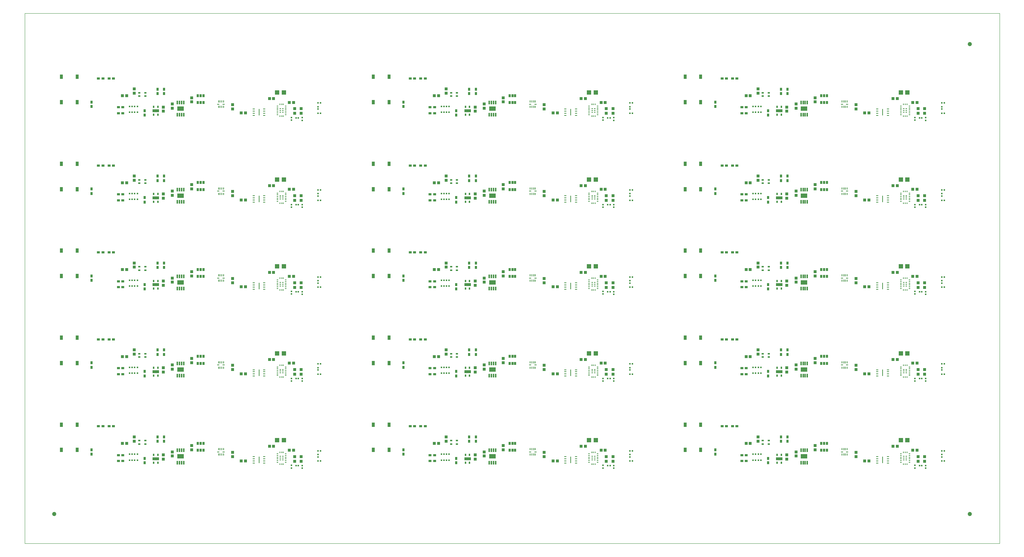
<source format=gtp>
G04*
G04 #@! TF.GenerationSoftware,Altium Limited,Altium Designer,21.4.1 (30)*
G04*
G04 Layer_Color=8421504*
%FSLAX44Y44*%
%MOMM*%
G71*
G04*
G04 #@! TF.SameCoordinates,2D73B175-FFCD-4784-8361-F00341A9FACE*
G04*
G04*
G04 #@! TF.FilePolarity,Positive*
G04*
G01*
G75*
%ADD10C,1.0000*%
%ADD11R,0.5000X0.6500*%
%ADD12R,0.7000X1.0000*%
%ADD13R,0.3500X0.5500*%
%ADD14R,1.6000X0.7000*%
%ADD15R,0.5000X0.3000*%
%ADD16R,0.7500X0.6000*%
%ADD17R,0.8000X0.7000*%
%ADD18R,0.5500X0.2000*%
%ADD19R,0.2000X0.5500*%
%ADD20R,1.0600X1.0200*%
%ADD21R,0.3000X0.3000*%
%ADD22R,0.2000X1.6000*%
%ADD23R,0.5000X0.2500*%
%ADD27R,0.4000X0.2000*%
%ADD28R,0.2000X0.4000*%
%ADD29R,0.6400X0.6800*%
%ADD30R,0.3000X0.3000*%
%ADD32R,0.3000X0.8500*%
%ADD33R,1.6000X0.9800*%
%ADD34R,0.4000X0.3500*%
%ADD36R,0.6800X0.6400*%
%ADD37R,0.6000X0.7500*%
%ADD41C,0.1000*%
%ADD50R,0.3800X0.2100*%
D10*
X70000Y70000D02*
D03*
X2230000D02*
D03*
Y1180000D02*
D03*
D11*
X408700Y236550D02*
D03*
X415200D02*
D03*
X421700D02*
D03*
Y220050D02*
D03*
X415200D02*
D03*
X408700D02*
D03*
X1144100Y236550D02*
D03*
X1150600D02*
D03*
X1157100D02*
D03*
Y220050D02*
D03*
X1150600D02*
D03*
X1144100D02*
D03*
X1879500Y236550D02*
D03*
X1886000D02*
D03*
X1892500D02*
D03*
Y220050D02*
D03*
X1886000D02*
D03*
X1879500D02*
D03*
X408700Y441921D02*
D03*
X415200D02*
D03*
X421700D02*
D03*
Y425421D02*
D03*
X415200D02*
D03*
X408700D02*
D03*
X1144100Y441921D02*
D03*
X1150600D02*
D03*
X1157100D02*
D03*
Y425421D02*
D03*
X1150600D02*
D03*
X1144100D02*
D03*
X1879500Y441921D02*
D03*
X1886000D02*
D03*
X1892500D02*
D03*
Y425421D02*
D03*
X1886000D02*
D03*
X1879500D02*
D03*
X408700Y647293D02*
D03*
X415200D02*
D03*
X421700D02*
D03*
Y630793D02*
D03*
X415200D02*
D03*
X408700D02*
D03*
X1144100Y647293D02*
D03*
X1150600D02*
D03*
X1157100D02*
D03*
Y630793D02*
D03*
X1150600D02*
D03*
X1144100D02*
D03*
X1879500Y647293D02*
D03*
X1886000D02*
D03*
X1892500D02*
D03*
Y630793D02*
D03*
X1886000D02*
D03*
X1879500D02*
D03*
X408700Y852664D02*
D03*
X415200D02*
D03*
X421700D02*
D03*
Y836164D02*
D03*
X415200D02*
D03*
X408700D02*
D03*
X1144100Y852664D02*
D03*
X1150600D02*
D03*
X1157100D02*
D03*
Y836164D02*
D03*
X1150600D02*
D03*
X1144100D02*
D03*
X1879500Y852664D02*
D03*
X1886000D02*
D03*
X1892500D02*
D03*
Y836164D02*
D03*
X1886000D02*
D03*
X1879500D02*
D03*
X408700Y1058036D02*
D03*
X415200D02*
D03*
X421700D02*
D03*
Y1041535D02*
D03*
X415200D02*
D03*
X408700D02*
D03*
X1144100Y1058036D02*
D03*
X1150600D02*
D03*
X1157100D02*
D03*
Y1041535D02*
D03*
X1150600D02*
D03*
X1144100D02*
D03*
X1879500Y1058036D02*
D03*
X1886000D02*
D03*
X1892500D02*
D03*
Y1041535D02*
D03*
X1886000D02*
D03*
X1879500D02*
D03*
D12*
X87100Y221000D02*
D03*
Y281000D02*
D03*
X124100Y221000D02*
D03*
Y281000D02*
D03*
X822500Y221000D02*
D03*
Y281000D02*
D03*
X859500Y221000D02*
D03*
Y281000D02*
D03*
X1557900Y221000D02*
D03*
Y281000D02*
D03*
X1594900Y221000D02*
D03*
Y281000D02*
D03*
X87100Y426371D02*
D03*
Y486371D02*
D03*
X124100Y426371D02*
D03*
Y486371D02*
D03*
X822500Y426371D02*
D03*
Y486371D02*
D03*
X859500Y426371D02*
D03*
Y486371D02*
D03*
X1557900Y426371D02*
D03*
Y486371D02*
D03*
X1594900Y426371D02*
D03*
Y486371D02*
D03*
X87100Y631743D02*
D03*
Y691743D02*
D03*
X124100Y631743D02*
D03*
Y691743D02*
D03*
X822500Y631743D02*
D03*
Y691743D02*
D03*
X859500Y631743D02*
D03*
Y691743D02*
D03*
X1557900Y631743D02*
D03*
Y691743D02*
D03*
X1594900Y631743D02*
D03*
Y691743D02*
D03*
X87100Y837114D02*
D03*
Y897114D02*
D03*
X124100Y837114D02*
D03*
Y897114D02*
D03*
X822500Y837114D02*
D03*
Y897114D02*
D03*
X859500Y837114D02*
D03*
Y897114D02*
D03*
X1557900Y837114D02*
D03*
Y897114D02*
D03*
X1594900Y837114D02*
D03*
Y897114D02*
D03*
X87100Y1042486D02*
D03*
Y1102486D02*
D03*
X124100Y1042486D02*
D03*
Y1102486D02*
D03*
X822500Y1042486D02*
D03*
Y1102486D02*
D03*
X859500Y1042486D02*
D03*
Y1102486D02*
D03*
X1557900Y1042486D02*
D03*
Y1102486D02*
D03*
X1594900Y1042486D02*
D03*
Y1102486D02*
D03*
D13*
X314400Y209750D02*
D03*
X304400D02*
D03*
Y191250D02*
D03*
X314400D02*
D03*
X1049800Y209750D02*
D03*
X1039800D02*
D03*
Y191250D02*
D03*
X1049800D02*
D03*
X1785200Y209750D02*
D03*
X1775200D02*
D03*
Y191250D02*
D03*
X1785200D02*
D03*
X314400Y415121D02*
D03*
X304400D02*
D03*
Y396621D02*
D03*
X314400D02*
D03*
X1049800Y415121D02*
D03*
X1039800D02*
D03*
Y396621D02*
D03*
X1049800D02*
D03*
X1785200Y415121D02*
D03*
X1775200D02*
D03*
Y396621D02*
D03*
X1785200D02*
D03*
X314400Y620493D02*
D03*
X304400D02*
D03*
Y601993D02*
D03*
X314400D02*
D03*
X1049800Y620493D02*
D03*
X1039800D02*
D03*
Y601993D02*
D03*
X1049800D02*
D03*
X1785200Y620493D02*
D03*
X1775200D02*
D03*
Y601993D02*
D03*
X1785200D02*
D03*
X314400Y825864D02*
D03*
X304400D02*
D03*
Y807364D02*
D03*
X314400D02*
D03*
X1049800Y825864D02*
D03*
X1039800D02*
D03*
Y807364D02*
D03*
X1049800D02*
D03*
X1785200Y825864D02*
D03*
X1775200D02*
D03*
Y807364D02*
D03*
X1785200D02*
D03*
X314400Y1031236D02*
D03*
X304400D02*
D03*
Y1012736D02*
D03*
X314400D02*
D03*
X1049800Y1031236D02*
D03*
X1039800D02*
D03*
Y1012736D02*
D03*
X1049800D02*
D03*
X1785200Y1031236D02*
D03*
X1775200D02*
D03*
Y1012736D02*
D03*
X1785200D02*
D03*
D14*
X309400Y200500D02*
D03*
X1044800D02*
D03*
X1780200D02*
D03*
X309400Y405871D02*
D03*
X1044800D02*
D03*
X1780200D02*
D03*
X309400Y611243D02*
D03*
X1044800D02*
D03*
X1780200D02*
D03*
X309400Y816614D02*
D03*
X1044800D02*
D03*
X1780200D02*
D03*
X309400Y1021985D02*
D03*
X1044800D02*
D03*
X1780200D02*
D03*
D15*
X284500Y235100D02*
D03*
Y243100D02*
D03*
X270500D02*
D03*
Y235100D02*
D03*
X1019900D02*
D03*
Y243100D02*
D03*
X1005900D02*
D03*
Y235100D02*
D03*
X1755300D02*
D03*
Y243100D02*
D03*
X1741300D02*
D03*
Y235100D02*
D03*
X284500Y440471D02*
D03*
Y448471D02*
D03*
X270500D02*
D03*
Y440471D02*
D03*
X1019900D02*
D03*
Y448471D02*
D03*
X1005900D02*
D03*
Y440471D02*
D03*
X1755300D02*
D03*
Y448471D02*
D03*
X1741300D02*
D03*
Y440471D02*
D03*
X284500Y645843D02*
D03*
Y653843D02*
D03*
X270500D02*
D03*
Y645843D02*
D03*
X1019900D02*
D03*
Y653843D02*
D03*
X1005900D02*
D03*
Y645843D02*
D03*
X1755300D02*
D03*
Y653843D02*
D03*
X1741300D02*
D03*
Y645843D02*
D03*
X284500Y851214D02*
D03*
Y859214D02*
D03*
X270500D02*
D03*
Y851214D02*
D03*
X1019900D02*
D03*
Y859214D02*
D03*
X1005900D02*
D03*
Y851214D02*
D03*
X1755300D02*
D03*
Y859214D02*
D03*
X1741300D02*
D03*
Y851214D02*
D03*
X284500Y1056585D02*
D03*
Y1064585D02*
D03*
X270500D02*
D03*
Y1056585D02*
D03*
X1019900D02*
D03*
Y1064585D02*
D03*
X1005900D02*
D03*
Y1056585D02*
D03*
X1755300D02*
D03*
Y1064585D02*
D03*
X1741300D02*
D03*
Y1056585D02*
D03*
D16*
X221150Y208900D02*
D03*
X231650D02*
D03*
X199250Y276900D02*
D03*
X209750D02*
D03*
X174350D02*
D03*
X184850D02*
D03*
X231650Y194700D02*
D03*
X221150D02*
D03*
X956550Y208900D02*
D03*
X967050D02*
D03*
X934650Y276900D02*
D03*
X945150D02*
D03*
X909750D02*
D03*
X920250D02*
D03*
X967050Y194700D02*
D03*
X956550D02*
D03*
X1691950Y208900D02*
D03*
X1702450D02*
D03*
X1670050Y276900D02*
D03*
X1680550D02*
D03*
X1645150D02*
D03*
X1655650D02*
D03*
X1702450Y194700D02*
D03*
X1691950D02*
D03*
X221150Y414271D02*
D03*
X231650D02*
D03*
X199250Y482271D02*
D03*
X209750D02*
D03*
X174350D02*
D03*
X184850D02*
D03*
X231650Y400071D02*
D03*
X221150D02*
D03*
X956550Y414271D02*
D03*
X967050D02*
D03*
X934650Y482271D02*
D03*
X945150D02*
D03*
X909750D02*
D03*
X920250D02*
D03*
X967050Y400071D02*
D03*
X956550D02*
D03*
X1691950Y414271D02*
D03*
X1702450D02*
D03*
X1670050Y482271D02*
D03*
X1680550D02*
D03*
X1645150D02*
D03*
X1655650D02*
D03*
X1702450Y400071D02*
D03*
X1691950D02*
D03*
X221150Y619643D02*
D03*
X231650D02*
D03*
X199250Y687643D02*
D03*
X209750D02*
D03*
X174350D02*
D03*
X184850D02*
D03*
X231650Y605443D02*
D03*
X221150D02*
D03*
X956550Y619643D02*
D03*
X967050D02*
D03*
X934650Y687643D02*
D03*
X945150D02*
D03*
X909750D02*
D03*
X920250D02*
D03*
X967050Y605443D02*
D03*
X956550D02*
D03*
X1691950Y619643D02*
D03*
X1702450D02*
D03*
X1670050Y687643D02*
D03*
X1680550D02*
D03*
X1645150D02*
D03*
X1655650D02*
D03*
X1702450Y605443D02*
D03*
X1691950D02*
D03*
X221150Y825014D02*
D03*
X231650D02*
D03*
X199250Y893014D02*
D03*
X209750D02*
D03*
X174350D02*
D03*
X184850D02*
D03*
X231650Y810814D02*
D03*
X221150D02*
D03*
X956550Y825014D02*
D03*
X967050D02*
D03*
X934650Y893014D02*
D03*
X945150D02*
D03*
X909750D02*
D03*
X920250D02*
D03*
X967050Y810814D02*
D03*
X956550D02*
D03*
X1691950Y825014D02*
D03*
X1702450D02*
D03*
X1670050Y893014D02*
D03*
X1680550D02*
D03*
X1645150D02*
D03*
X1655650D02*
D03*
X1702450Y810814D02*
D03*
X1691950D02*
D03*
X221150Y1030386D02*
D03*
X231650D02*
D03*
X199250Y1098385D02*
D03*
X209750D02*
D03*
X174350D02*
D03*
X184850D02*
D03*
X231650Y1016186D02*
D03*
X221150D02*
D03*
X956550Y1030386D02*
D03*
X967050D02*
D03*
X934650Y1098385D02*
D03*
X945150D02*
D03*
X909750D02*
D03*
X920250D02*
D03*
X967050Y1016186D02*
D03*
X956550D02*
D03*
X1691950Y1030386D02*
D03*
X1702450D02*
D03*
X1670050Y1098385D02*
D03*
X1680550D02*
D03*
X1645150D02*
D03*
X1655650D02*
D03*
X1702450Y1016186D02*
D03*
X1691950D02*
D03*
D17*
X652500Y205500D02*
D03*
Y194500D02*
D03*
X636700Y205500D02*
D03*
Y194500D02*
D03*
X1387900Y205500D02*
D03*
Y194500D02*
D03*
X1372100Y205500D02*
D03*
Y194500D02*
D03*
X2123300Y205500D02*
D03*
Y194500D02*
D03*
X2107500Y205500D02*
D03*
Y194500D02*
D03*
X652500Y410871D02*
D03*
Y399871D02*
D03*
X636700Y410871D02*
D03*
Y399871D02*
D03*
X1387900Y410871D02*
D03*
Y399871D02*
D03*
X1372100Y410871D02*
D03*
Y399871D02*
D03*
X2123300Y410871D02*
D03*
Y399871D02*
D03*
X2107500Y410871D02*
D03*
Y399871D02*
D03*
X652500Y616243D02*
D03*
Y605243D02*
D03*
X636700Y616243D02*
D03*
Y605243D02*
D03*
X1387900Y616243D02*
D03*
Y605243D02*
D03*
X1372100Y616243D02*
D03*
Y605243D02*
D03*
X2123300Y616243D02*
D03*
Y605243D02*
D03*
X2107500Y616243D02*
D03*
Y605243D02*
D03*
X652500Y821614D02*
D03*
Y810614D02*
D03*
X636700Y821614D02*
D03*
Y810614D02*
D03*
X1387900Y821614D02*
D03*
Y810614D02*
D03*
X1372100Y821614D02*
D03*
Y810614D02*
D03*
X2123300Y821614D02*
D03*
Y810614D02*
D03*
X2107500Y821614D02*
D03*
Y810614D02*
D03*
X652500Y1026985D02*
D03*
Y1015985D02*
D03*
X636700Y1026985D02*
D03*
Y1015985D02*
D03*
X1387900Y1026985D02*
D03*
Y1015985D02*
D03*
X1372100Y1026985D02*
D03*
Y1015985D02*
D03*
X2123300Y1026985D02*
D03*
Y1015985D02*
D03*
X2107500Y1026985D02*
D03*
Y1015985D02*
D03*
D18*
X469550Y216350D02*
D03*
X457050D02*
D03*
X1204950D02*
D03*
X1192450D02*
D03*
X1940350D02*
D03*
X1927850D02*
D03*
X469550Y421721D02*
D03*
X457050D02*
D03*
X1204950D02*
D03*
X1192450D02*
D03*
X1940350D02*
D03*
X1927850D02*
D03*
X469550Y627093D02*
D03*
X457050D02*
D03*
X1204950D02*
D03*
X1192450D02*
D03*
X1940350D02*
D03*
X1927850D02*
D03*
X469550Y832464D02*
D03*
X457050D02*
D03*
X1204950D02*
D03*
X1192450D02*
D03*
X1940350D02*
D03*
X1927850D02*
D03*
X469550Y1037835D02*
D03*
X457050D02*
D03*
X1204950D02*
D03*
X1192450D02*
D03*
X1940350D02*
D03*
X1927850D02*
D03*
D19*
X457300Y210100D02*
D03*
X461300D02*
D03*
X465300D02*
D03*
X469300D02*
D03*
Y222600D02*
D03*
X465300D02*
D03*
X461300D02*
D03*
X457300D02*
D03*
X1192700Y210100D02*
D03*
X1196700D02*
D03*
X1200700D02*
D03*
X1204700D02*
D03*
Y222600D02*
D03*
X1200700D02*
D03*
X1196700D02*
D03*
X1192700D02*
D03*
X1928100Y210100D02*
D03*
X1932100D02*
D03*
X1936100D02*
D03*
X1940100D02*
D03*
Y222600D02*
D03*
X1936100D02*
D03*
X1932100D02*
D03*
X1928100D02*
D03*
X457300Y415471D02*
D03*
X461300D02*
D03*
X465300D02*
D03*
X469300D02*
D03*
Y427971D02*
D03*
X465300D02*
D03*
X461300D02*
D03*
X457300D02*
D03*
X1192700Y415471D02*
D03*
X1196700D02*
D03*
X1200700D02*
D03*
X1204700D02*
D03*
Y427971D02*
D03*
X1200700D02*
D03*
X1196700D02*
D03*
X1192700D02*
D03*
X1928100Y415471D02*
D03*
X1932100D02*
D03*
X1936100D02*
D03*
X1940100D02*
D03*
Y427971D02*
D03*
X1936100D02*
D03*
X1932100D02*
D03*
X1928100D02*
D03*
X457300Y620843D02*
D03*
X461300D02*
D03*
X465300D02*
D03*
X469300D02*
D03*
Y633343D02*
D03*
X465300D02*
D03*
X461300D02*
D03*
X457300D02*
D03*
X1192700Y620843D02*
D03*
X1196700D02*
D03*
X1200700D02*
D03*
X1204700D02*
D03*
Y633343D02*
D03*
X1200700D02*
D03*
X1196700D02*
D03*
X1192700D02*
D03*
X1928100Y620843D02*
D03*
X1932100D02*
D03*
X1936100D02*
D03*
X1940100D02*
D03*
Y633343D02*
D03*
X1936100D02*
D03*
X1932100D02*
D03*
X1928100D02*
D03*
X457300Y826214D02*
D03*
X461300D02*
D03*
X465300D02*
D03*
X469300D02*
D03*
Y838714D02*
D03*
X465300D02*
D03*
X461300D02*
D03*
X457300D02*
D03*
X1192700Y826214D02*
D03*
X1196700D02*
D03*
X1200700D02*
D03*
X1204700D02*
D03*
Y838714D02*
D03*
X1200700D02*
D03*
X1196700D02*
D03*
X1192700D02*
D03*
X1928100Y826214D02*
D03*
X1932100D02*
D03*
X1936100D02*
D03*
X1940100D02*
D03*
Y838714D02*
D03*
X1936100D02*
D03*
X1932100D02*
D03*
X1928100D02*
D03*
X457300Y1031585D02*
D03*
X461300D02*
D03*
X465300D02*
D03*
X469300D02*
D03*
Y1044085D02*
D03*
X465300D02*
D03*
X461300D02*
D03*
X457300D02*
D03*
X1192700Y1031585D02*
D03*
X1196700D02*
D03*
X1200700D02*
D03*
X1204700D02*
D03*
Y1044085D02*
D03*
X1200700D02*
D03*
X1196700D02*
D03*
X1192700D02*
D03*
X1928100Y1031585D02*
D03*
X1932100D02*
D03*
X1936100D02*
D03*
X1940100D02*
D03*
Y1044085D02*
D03*
X1936100D02*
D03*
X1932100D02*
D03*
X1928100D02*
D03*
D20*
X611900Y243800D02*
D03*
X595900D02*
D03*
X1347300D02*
D03*
X1331300D02*
D03*
X2082700D02*
D03*
X2066700D02*
D03*
X611900Y449171D02*
D03*
X595900D02*
D03*
X1347300D02*
D03*
X1331300D02*
D03*
X2082700D02*
D03*
X2066700D02*
D03*
X611900Y654543D02*
D03*
X595900D02*
D03*
X1347300D02*
D03*
X1331300D02*
D03*
X2082700D02*
D03*
X2066700D02*
D03*
X611900Y859914D02*
D03*
X595900D02*
D03*
X1347300D02*
D03*
X1331300D02*
D03*
X2082700D02*
D03*
X2066700D02*
D03*
X611900Y1065285D02*
D03*
X595900D02*
D03*
X1347300D02*
D03*
X1331300D02*
D03*
X2082700D02*
D03*
X2066700D02*
D03*
D21*
X692400Y204650D02*
D03*
Y210150D02*
D03*
X629300Y178500D02*
D03*
Y184500D02*
D03*
X654600Y178300D02*
D03*
Y184300D02*
D03*
X1427800Y204650D02*
D03*
Y210150D02*
D03*
X1364700Y178500D02*
D03*
Y184500D02*
D03*
X1390000Y178300D02*
D03*
Y184300D02*
D03*
X2163200Y204650D02*
D03*
Y210150D02*
D03*
X2100100Y178500D02*
D03*
Y184500D02*
D03*
X2125400Y178300D02*
D03*
Y184300D02*
D03*
X692400Y410021D02*
D03*
Y415521D02*
D03*
X629300Y383871D02*
D03*
Y389871D02*
D03*
X654600Y383671D02*
D03*
Y389671D02*
D03*
X1427800Y410021D02*
D03*
Y415521D02*
D03*
X1364700Y383871D02*
D03*
Y389871D02*
D03*
X1390000Y383671D02*
D03*
Y389671D02*
D03*
X2163200Y410021D02*
D03*
Y415521D02*
D03*
X2100100Y383871D02*
D03*
Y389871D02*
D03*
X2125400Y383671D02*
D03*
Y389671D02*
D03*
X692400Y615393D02*
D03*
Y620893D02*
D03*
X629300Y589243D02*
D03*
Y595243D02*
D03*
X654600Y589043D02*
D03*
Y595043D02*
D03*
X1427800Y615393D02*
D03*
Y620893D02*
D03*
X1364700Y589243D02*
D03*
Y595243D02*
D03*
X1390000Y589043D02*
D03*
Y595043D02*
D03*
X2163200Y615393D02*
D03*
Y620893D02*
D03*
X2100100Y589243D02*
D03*
Y595243D02*
D03*
X2125400Y589043D02*
D03*
Y595043D02*
D03*
X692400Y820764D02*
D03*
Y826264D02*
D03*
X629300Y794614D02*
D03*
Y800614D02*
D03*
X654600Y794414D02*
D03*
Y800414D02*
D03*
X1427800Y820764D02*
D03*
Y826264D02*
D03*
X1364700Y794614D02*
D03*
Y800614D02*
D03*
X1390000Y794414D02*
D03*
Y800414D02*
D03*
X2163200Y820764D02*
D03*
Y826264D02*
D03*
X2100100Y794614D02*
D03*
Y800614D02*
D03*
X2125400Y794414D02*
D03*
Y800414D02*
D03*
X692400Y1026135D02*
D03*
Y1031636D02*
D03*
X629300Y999986D02*
D03*
Y1005985D02*
D03*
X654600Y999786D02*
D03*
Y1005786D02*
D03*
X1427800Y1026135D02*
D03*
Y1031636D02*
D03*
X1364700Y999986D02*
D03*
Y1005985D02*
D03*
X1390000Y999786D02*
D03*
Y1005786D02*
D03*
X2163200Y1026135D02*
D03*
Y1031636D02*
D03*
X2100100Y999986D02*
D03*
Y1005985D02*
D03*
X2125400Y999786D02*
D03*
Y1005786D02*
D03*
D22*
X552900Y197600D02*
D03*
X1288300D02*
D03*
X2023700D02*
D03*
X552900Y402971D02*
D03*
X1288300D02*
D03*
X2023700D02*
D03*
X552900Y608343D02*
D03*
X1288300D02*
D03*
X2023700D02*
D03*
X552900Y813714D02*
D03*
X1288300D02*
D03*
X2023700D02*
D03*
X552900Y1019085D02*
D03*
X1288300D02*
D03*
X2023700D02*
D03*
D23*
X540400Y205100D02*
D03*
Y200100D02*
D03*
Y195100D02*
D03*
Y190100D02*
D03*
X565500Y205100D02*
D03*
Y200100D02*
D03*
Y195100D02*
D03*
X565400Y190100D02*
D03*
X1275800Y205100D02*
D03*
Y200100D02*
D03*
Y195100D02*
D03*
Y190100D02*
D03*
X1300900Y205100D02*
D03*
Y200100D02*
D03*
Y195100D02*
D03*
X1300800Y190100D02*
D03*
X2011200Y205100D02*
D03*
Y200100D02*
D03*
Y195100D02*
D03*
Y190100D02*
D03*
X2036300Y205100D02*
D03*
Y200100D02*
D03*
Y195100D02*
D03*
X2036200Y190100D02*
D03*
X540400Y410471D02*
D03*
Y405471D02*
D03*
Y400471D02*
D03*
Y395471D02*
D03*
X565500Y410471D02*
D03*
Y405471D02*
D03*
Y400471D02*
D03*
X565400Y395471D02*
D03*
X1275800Y410471D02*
D03*
Y405471D02*
D03*
Y400471D02*
D03*
Y395471D02*
D03*
X1300900Y410471D02*
D03*
Y405471D02*
D03*
Y400471D02*
D03*
X1300800Y395471D02*
D03*
X2011200Y410471D02*
D03*
Y405471D02*
D03*
Y400471D02*
D03*
Y395471D02*
D03*
X2036300Y410471D02*
D03*
Y405471D02*
D03*
Y400471D02*
D03*
X2036200Y395471D02*
D03*
X540400Y615843D02*
D03*
Y610843D02*
D03*
Y605843D02*
D03*
Y600843D02*
D03*
X565500Y615843D02*
D03*
Y610843D02*
D03*
Y605843D02*
D03*
X565400Y600843D02*
D03*
X1275800Y615843D02*
D03*
Y610843D02*
D03*
Y605843D02*
D03*
Y600843D02*
D03*
X1300900Y615843D02*
D03*
Y610843D02*
D03*
Y605843D02*
D03*
X1300800Y600843D02*
D03*
X2011200Y615843D02*
D03*
Y610843D02*
D03*
Y605843D02*
D03*
Y600843D02*
D03*
X2036300Y615843D02*
D03*
Y610843D02*
D03*
Y605843D02*
D03*
X2036200Y600843D02*
D03*
X540400Y821214D02*
D03*
Y816214D02*
D03*
Y811214D02*
D03*
Y806214D02*
D03*
X565500Y821214D02*
D03*
Y816214D02*
D03*
Y811214D02*
D03*
X565400Y806214D02*
D03*
X1275800Y821214D02*
D03*
Y816214D02*
D03*
Y811214D02*
D03*
Y806214D02*
D03*
X1300900Y821214D02*
D03*
Y816214D02*
D03*
Y811214D02*
D03*
X1300800Y806214D02*
D03*
X2011200Y821214D02*
D03*
Y816214D02*
D03*
Y811214D02*
D03*
Y806214D02*
D03*
X2036300Y821214D02*
D03*
Y816214D02*
D03*
Y811214D02*
D03*
X2036200Y806214D02*
D03*
X540400Y1026585D02*
D03*
Y1021585D02*
D03*
Y1016585D02*
D03*
Y1011585D02*
D03*
X565500Y1026585D02*
D03*
Y1021585D02*
D03*
Y1016585D02*
D03*
X565400Y1011585D02*
D03*
X1275800Y1026585D02*
D03*
Y1021585D02*
D03*
Y1016585D02*
D03*
Y1011585D02*
D03*
X1300900Y1026585D02*
D03*
Y1021585D02*
D03*
Y1016585D02*
D03*
X1300800Y1011585D02*
D03*
X2011200Y1026585D02*
D03*
Y1021585D02*
D03*
Y1016585D02*
D03*
Y1011585D02*
D03*
X2036300Y1026585D02*
D03*
Y1021585D02*
D03*
Y1016585D02*
D03*
X2036200Y1011585D02*
D03*
D27*
X616300Y191800D02*
D03*
Y195800D02*
D03*
Y199800D02*
D03*
Y203800D02*
D03*
Y207800D02*
D03*
Y211800D02*
D03*
X596200D02*
D03*
Y207800D02*
D03*
Y203800D02*
D03*
Y199800D02*
D03*
Y195800D02*
D03*
Y191800D02*
D03*
X1351700D02*
D03*
Y195800D02*
D03*
Y199800D02*
D03*
Y203800D02*
D03*
Y207800D02*
D03*
Y211800D02*
D03*
X1331600D02*
D03*
Y207800D02*
D03*
Y203800D02*
D03*
Y199800D02*
D03*
Y195800D02*
D03*
Y191800D02*
D03*
X2087100D02*
D03*
Y195800D02*
D03*
Y199800D02*
D03*
Y203800D02*
D03*
Y207800D02*
D03*
Y211800D02*
D03*
X2067000D02*
D03*
Y207800D02*
D03*
Y203800D02*
D03*
Y199800D02*
D03*
Y195800D02*
D03*
Y191800D02*
D03*
X616300Y397171D02*
D03*
Y401171D02*
D03*
Y405171D02*
D03*
Y409171D02*
D03*
Y413171D02*
D03*
Y417171D02*
D03*
X596200D02*
D03*
Y413171D02*
D03*
Y409171D02*
D03*
Y405171D02*
D03*
Y401171D02*
D03*
Y397171D02*
D03*
X1351700D02*
D03*
Y401171D02*
D03*
Y405171D02*
D03*
Y409171D02*
D03*
Y413171D02*
D03*
Y417171D02*
D03*
X1331600D02*
D03*
Y413171D02*
D03*
Y409171D02*
D03*
Y405171D02*
D03*
Y401171D02*
D03*
Y397171D02*
D03*
X2087100D02*
D03*
Y401171D02*
D03*
Y405171D02*
D03*
Y409171D02*
D03*
Y413171D02*
D03*
Y417171D02*
D03*
X2067000D02*
D03*
Y413171D02*
D03*
Y409171D02*
D03*
Y405171D02*
D03*
Y401171D02*
D03*
Y397171D02*
D03*
X616300Y602543D02*
D03*
Y606543D02*
D03*
Y610543D02*
D03*
Y614543D02*
D03*
Y618543D02*
D03*
Y622543D02*
D03*
X596200D02*
D03*
Y618543D02*
D03*
Y614543D02*
D03*
Y610543D02*
D03*
Y606543D02*
D03*
Y602543D02*
D03*
X1351700D02*
D03*
Y606543D02*
D03*
Y610543D02*
D03*
Y614543D02*
D03*
Y618543D02*
D03*
Y622543D02*
D03*
X1331600D02*
D03*
Y618543D02*
D03*
Y614543D02*
D03*
Y610543D02*
D03*
Y606543D02*
D03*
Y602543D02*
D03*
X2087100D02*
D03*
Y606543D02*
D03*
Y610543D02*
D03*
Y614543D02*
D03*
Y618543D02*
D03*
Y622543D02*
D03*
X2067000D02*
D03*
Y618543D02*
D03*
Y614543D02*
D03*
Y610543D02*
D03*
Y606543D02*
D03*
Y602543D02*
D03*
X616300Y807914D02*
D03*
Y811914D02*
D03*
Y815914D02*
D03*
Y819914D02*
D03*
Y823914D02*
D03*
Y827914D02*
D03*
X596200D02*
D03*
Y823914D02*
D03*
Y819914D02*
D03*
Y815914D02*
D03*
Y811914D02*
D03*
Y807914D02*
D03*
X1351700D02*
D03*
Y811914D02*
D03*
Y815914D02*
D03*
Y819914D02*
D03*
Y823914D02*
D03*
Y827914D02*
D03*
X1331600D02*
D03*
Y823914D02*
D03*
Y819914D02*
D03*
Y815914D02*
D03*
Y811914D02*
D03*
Y807914D02*
D03*
X2087100D02*
D03*
Y811914D02*
D03*
Y815914D02*
D03*
Y819914D02*
D03*
Y823914D02*
D03*
Y827914D02*
D03*
X2067000D02*
D03*
Y823914D02*
D03*
Y819914D02*
D03*
Y815914D02*
D03*
Y811914D02*
D03*
Y807914D02*
D03*
X616300Y1013286D02*
D03*
Y1017286D02*
D03*
Y1021285D02*
D03*
Y1025285D02*
D03*
Y1029286D02*
D03*
Y1033286D02*
D03*
X596200D02*
D03*
Y1029286D02*
D03*
Y1025285D02*
D03*
Y1021285D02*
D03*
Y1017286D02*
D03*
Y1013286D02*
D03*
X1351700D02*
D03*
Y1017286D02*
D03*
Y1021285D02*
D03*
Y1025285D02*
D03*
Y1029286D02*
D03*
Y1033286D02*
D03*
X1331600D02*
D03*
Y1029286D02*
D03*
Y1025285D02*
D03*
Y1021285D02*
D03*
Y1017286D02*
D03*
Y1013286D02*
D03*
X2087100D02*
D03*
Y1017286D02*
D03*
Y1021285D02*
D03*
Y1025285D02*
D03*
Y1029286D02*
D03*
Y1033286D02*
D03*
X2067000D02*
D03*
Y1029286D02*
D03*
Y1025285D02*
D03*
Y1021285D02*
D03*
Y1017286D02*
D03*
Y1013286D02*
D03*
D28*
X610300Y215800D02*
D03*
X606300D02*
D03*
X602300D02*
D03*
Y187800D02*
D03*
X606300D02*
D03*
X610300D02*
D03*
X1345700Y215800D02*
D03*
X1341700D02*
D03*
X1337700D02*
D03*
Y187800D02*
D03*
X1341700D02*
D03*
X1345700D02*
D03*
X2081100Y215800D02*
D03*
X2077100D02*
D03*
X2073100D02*
D03*
Y187800D02*
D03*
X2077100D02*
D03*
X2081100D02*
D03*
X610300Y421171D02*
D03*
X606300D02*
D03*
X602300D02*
D03*
Y393171D02*
D03*
X606300D02*
D03*
X610300D02*
D03*
X1345700Y421171D02*
D03*
X1341700D02*
D03*
X1337700D02*
D03*
Y393171D02*
D03*
X1341700D02*
D03*
X1345700D02*
D03*
X2081100Y421171D02*
D03*
X2077100D02*
D03*
X2073100D02*
D03*
Y393171D02*
D03*
X2077100D02*
D03*
X2081100D02*
D03*
X610300Y626543D02*
D03*
X606300D02*
D03*
X602300D02*
D03*
Y598543D02*
D03*
X606300D02*
D03*
X610300D02*
D03*
X1345700Y626543D02*
D03*
X1341700D02*
D03*
X1337700D02*
D03*
Y598543D02*
D03*
X1341700D02*
D03*
X1345700D02*
D03*
X2081100Y626543D02*
D03*
X2077100D02*
D03*
X2073100D02*
D03*
Y598543D02*
D03*
X2077100D02*
D03*
X2081100D02*
D03*
X610300Y831914D02*
D03*
X606300D02*
D03*
X602300D02*
D03*
Y803914D02*
D03*
X606300D02*
D03*
X610300D02*
D03*
X1345700Y831914D02*
D03*
X1341700D02*
D03*
X1337700D02*
D03*
Y803914D02*
D03*
X1341700D02*
D03*
X1345700D02*
D03*
X2081100Y831914D02*
D03*
X2077100D02*
D03*
X2073100D02*
D03*
Y803914D02*
D03*
X2077100D02*
D03*
X2081100D02*
D03*
X610300Y1037286D02*
D03*
X606300D02*
D03*
X602300D02*
D03*
Y1009286D02*
D03*
X606300D02*
D03*
X610300D02*
D03*
X1345700Y1037286D02*
D03*
X1341700D02*
D03*
X1337700D02*
D03*
Y1009286D02*
D03*
X1341700D02*
D03*
X1345700D02*
D03*
X2081100Y1037286D02*
D03*
X2077100D02*
D03*
X2073100D02*
D03*
Y1009286D02*
D03*
X2077100D02*
D03*
X2081100D02*
D03*
D29*
X259000Y242000D02*
D03*
Y252000D02*
D03*
X490400Y215400D02*
D03*
Y205400D02*
D03*
X394000Y231600D02*
D03*
Y221600D02*
D03*
X327400Y209600D02*
D03*
Y199600D02*
D03*
X348700Y216500D02*
D03*
Y206500D02*
D03*
X994400Y242000D02*
D03*
Y252000D02*
D03*
X1225800Y215400D02*
D03*
Y205400D02*
D03*
X1129400Y231600D02*
D03*
Y221600D02*
D03*
X1062800Y209600D02*
D03*
Y199600D02*
D03*
X1084100Y216500D02*
D03*
Y206500D02*
D03*
X1729800Y242000D02*
D03*
Y252000D02*
D03*
X1961200Y215400D02*
D03*
Y205400D02*
D03*
X1864800Y231600D02*
D03*
Y221600D02*
D03*
X1798200Y209600D02*
D03*
Y199600D02*
D03*
X1819500Y216500D02*
D03*
Y206500D02*
D03*
X259000Y447371D02*
D03*
Y457371D02*
D03*
X490400Y420771D02*
D03*
Y410771D02*
D03*
X394000Y436971D02*
D03*
Y426971D02*
D03*
X327400Y414971D02*
D03*
Y404971D02*
D03*
X348700Y421871D02*
D03*
Y411871D02*
D03*
X994400Y447371D02*
D03*
Y457371D02*
D03*
X1225800Y420771D02*
D03*
Y410771D02*
D03*
X1129400Y436971D02*
D03*
Y426971D02*
D03*
X1062800Y414971D02*
D03*
Y404971D02*
D03*
X1084100Y421871D02*
D03*
Y411871D02*
D03*
X1729800Y447371D02*
D03*
Y457371D02*
D03*
X1961200Y420771D02*
D03*
Y410771D02*
D03*
X1864800Y436971D02*
D03*
Y426971D02*
D03*
X1798200Y414971D02*
D03*
Y404971D02*
D03*
X1819500Y421871D02*
D03*
Y411871D02*
D03*
X259000Y652743D02*
D03*
Y662743D02*
D03*
X490400Y626143D02*
D03*
Y616143D02*
D03*
X394000Y642343D02*
D03*
Y632343D02*
D03*
X327400Y620343D02*
D03*
Y610343D02*
D03*
X348700Y627243D02*
D03*
Y617243D02*
D03*
X994400Y652743D02*
D03*
Y662743D02*
D03*
X1225800Y626143D02*
D03*
Y616143D02*
D03*
X1129400Y642343D02*
D03*
Y632343D02*
D03*
X1062800Y620343D02*
D03*
Y610343D02*
D03*
X1084100Y627243D02*
D03*
Y617243D02*
D03*
X1729800Y652743D02*
D03*
Y662743D02*
D03*
X1961200Y626143D02*
D03*
Y616143D02*
D03*
X1864800Y642343D02*
D03*
Y632343D02*
D03*
X1798200Y620343D02*
D03*
Y610343D02*
D03*
X1819500Y627243D02*
D03*
Y617243D02*
D03*
X259000Y858114D02*
D03*
Y868114D02*
D03*
X490400Y831514D02*
D03*
Y821514D02*
D03*
X394000Y847714D02*
D03*
Y837714D02*
D03*
X327400Y825714D02*
D03*
Y815714D02*
D03*
X348700Y832614D02*
D03*
Y822614D02*
D03*
X994400Y858114D02*
D03*
Y868114D02*
D03*
X1225800Y831514D02*
D03*
Y821514D02*
D03*
X1129400Y847714D02*
D03*
Y837714D02*
D03*
X1062800Y825714D02*
D03*
Y815714D02*
D03*
X1084100Y832614D02*
D03*
Y822614D02*
D03*
X1729800Y858114D02*
D03*
Y868114D02*
D03*
X1961200Y831514D02*
D03*
Y821514D02*
D03*
X1864800Y847714D02*
D03*
Y837714D02*
D03*
X1798200Y825714D02*
D03*
Y815714D02*
D03*
X1819500Y832614D02*
D03*
Y822614D02*
D03*
X259000Y1063485D02*
D03*
Y1073485D02*
D03*
X490400Y1036886D02*
D03*
Y1026886D02*
D03*
X394000Y1053085D02*
D03*
Y1043085D02*
D03*
X327400Y1031086D02*
D03*
Y1021086D02*
D03*
X348700Y1037986D02*
D03*
Y1027986D02*
D03*
X994400Y1063485D02*
D03*
Y1073485D02*
D03*
X1225800Y1036886D02*
D03*
Y1026886D02*
D03*
X1129400Y1053085D02*
D03*
Y1043085D02*
D03*
X1062800Y1031086D02*
D03*
Y1021086D02*
D03*
X1084100Y1037986D02*
D03*
Y1027986D02*
D03*
X1729800Y1063485D02*
D03*
Y1073485D02*
D03*
X1961200Y1036886D02*
D03*
Y1026886D02*
D03*
X1864800Y1053085D02*
D03*
Y1043085D02*
D03*
X1798200Y1031086D02*
D03*
Y1021086D02*
D03*
X1819500Y1037986D02*
D03*
Y1027986D02*
D03*
D30*
X692400Y194700D02*
D03*
X698400D02*
D03*
X640050Y184200D02*
D03*
X645550D02*
D03*
X692435Y219035D02*
D03*
X698435D02*
D03*
X1427800Y194700D02*
D03*
X1433800D02*
D03*
X1375450Y184200D02*
D03*
X1380950D02*
D03*
X1427835Y219035D02*
D03*
X1433835D02*
D03*
X2163200Y194700D02*
D03*
X2169200D02*
D03*
X2110850Y184200D02*
D03*
X2116350D02*
D03*
X2163235Y219035D02*
D03*
X2169235D02*
D03*
X692400Y400071D02*
D03*
X698400D02*
D03*
X640050Y389571D02*
D03*
X645550D02*
D03*
X692435Y424406D02*
D03*
X698435D02*
D03*
X1427800Y400071D02*
D03*
X1433800D02*
D03*
X1375450Y389571D02*
D03*
X1380950D02*
D03*
X1427835Y424406D02*
D03*
X1433835D02*
D03*
X2163200Y400071D02*
D03*
X2169200D02*
D03*
X2110850Y389571D02*
D03*
X2116350D02*
D03*
X2163235Y424406D02*
D03*
X2169235D02*
D03*
X692400Y605443D02*
D03*
X698400D02*
D03*
X640050Y594943D02*
D03*
X645550D02*
D03*
X692435Y629778D02*
D03*
X698435D02*
D03*
X1427800Y605443D02*
D03*
X1433800D02*
D03*
X1375450Y594943D02*
D03*
X1380950D02*
D03*
X1427835Y629778D02*
D03*
X1433835D02*
D03*
X2163200Y605443D02*
D03*
X2169200D02*
D03*
X2110850Y594943D02*
D03*
X2116350D02*
D03*
X2163235Y629778D02*
D03*
X2169235D02*
D03*
X692400Y810814D02*
D03*
X698400D02*
D03*
X640050Y800314D02*
D03*
X645550D02*
D03*
X692435Y835149D02*
D03*
X698435D02*
D03*
X1427800Y810814D02*
D03*
X1433800D02*
D03*
X1375450Y800314D02*
D03*
X1380950D02*
D03*
X1427835Y835149D02*
D03*
X1433835D02*
D03*
X2163200Y810814D02*
D03*
X2169200D02*
D03*
X2110850Y800314D02*
D03*
X2116350D02*
D03*
X2163235Y835149D02*
D03*
X2169235D02*
D03*
X692400Y1016186D02*
D03*
X698400D02*
D03*
X640050Y1005686D02*
D03*
X645550D02*
D03*
X692435Y1040520D02*
D03*
X698435D02*
D03*
X1427800Y1016186D02*
D03*
X1433800D02*
D03*
X1375450Y1005686D02*
D03*
X1380950D02*
D03*
X1427835Y1040520D02*
D03*
X1433835D02*
D03*
X2163200Y1016186D02*
D03*
X2169200D02*
D03*
X2110850Y1005686D02*
D03*
X2116350D02*
D03*
X2163235Y1040520D02*
D03*
X2169235D02*
D03*
D32*
X360600Y191200D02*
D03*
X365600D02*
D03*
X370600D02*
D03*
X375600D02*
D03*
Y220200D02*
D03*
X370600D02*
D03*
X365600D02*
D03*
X360600D02*
D03*
X1096000Y191200D02*
D03*
X1101000D02*
D03*
X1106000D02*
D03*
X1111000D02*
D03*
Y220200D02*
D03*
X1106000D02*
D03*
X1101000D02*
D03*
X1096000D02*
D03*
X1831400Y191200D02*
D03*
X1836400D02*
D03*
X1841400D02*
D03*
X1846400D02*
D03*
Y220200D02*
D03*
X1841400D02*
D03*
X1836400D02*
D03*
X1831400D02*
D03*
X360600Y396571D02*
D03*
X365600D02*
D03*
X370600D02*
D03*
X375600D02*
D03*
Y425571D02*
D03*
X370600D02*
D03*
X365600D02*
D03*
X360600D02*
D03*
X1096000Y396571D02*
D03*
X1101000D02*
D03*
X1106000D02*
D03*
X1111000D02*
D03*
Y425571D02*
D03*
X1106000D02*
D03*
X1101000D02*
D03*
X1096000D02*
D03*
X1831400Y396571D02*
D03*
X1836400D02*
D03*
X1841400D02*
D03*
X1846400D02*
D03*
Y425571D02*
D03*
X1841400D02*
D03*
X1836400D02*
D03*
X1831400D02*
D03*
X360600Y601943D02*
D03*
X365600D02*
D03*
X370600D02*
D03*
X375600D02*
D03*
Y630943D02*
D03*
X370600D02*
D03*
X365600D02*
D03*
X360600D02*
D03*
X1096000Y601943D02*
D03*
X1101000D02*
D03*
X1106000D02*
D03*
X1111000D02*
D03*
Y630943D02*
D03*
X1106000D02*
D03*
X1101000D02*
D03*
X1096000D02*
D03*
X1831400Y601943D02*
D03*
X1836400D02*
D03*
X1841400D02*
D03*
X1846400D02*
D03*
Y630943D02*
D03*
X1841400D02*
D03*
X1836400D02*
D03*
X1831400D02*
D03*
X360600Y807314D02*
D03*
X365600D02*
D03*
X370600D02*
D03*
X375600D02*
D03*
Y836314D02*
D03*
X370600D02*
D03*
X365600D02*
D03*
X360600D02*
D03*
X1096000Y807314D02*
D03*
X1101000D02*
D03*
X1106000D02*
D03*
X1111000D02*
D03*
Y836314D02*
D03*
X1106000D02*
D03*
X1101000D02*
D03*
X1096000D02*
D03*
X1831400Y807314D02*
D03*
X1836400D02*
D03*
X1841400D02*
D03*
X1846400D02*
D03*
Y836314D02*
D03*
X1841400D02*
D03*
X1836400D02*
D03*
X1831400D02*
D03*
X360600Y1012685D02*
D03*
X365600D02*
D03*
X370600D02*
D03*
X375600D02*
D03*
Y1041685D02*
D03*
X370600D02*
D03*
X365600D02*
D03*
X360600D02*
D03*
X1096000Y1012685D02*
D03*
X1101000D02*
D03*
X1106000D02*
D03*
X1111000D02*
D03*
Y1041685D02*
D03*
X1106000D02*
D03*
X1101000D02*
D03*
X1096000D02*
D03*
X1831400Y1012685D02*
D03*
X1836400D02*
D03*
X1841400D02*
D03*
X1846400D02*
D03*
Y1041685D02*
D03*
X1841400D02*
D03*
X1836400D02*
D03*
X1831400D02*
D03*
D33*
X368100Y205700D02*
D03*
X1103500D02*
D03*
X1838900D02*
D03*
X368100Y411071D02*
D03*
X1103500D02*
D03*
X1838900D02*
D03*
X368100Y616443D02*
D03*
X1103500D02*
D03*
X1838900D02*
D03*
X368100Y821814D02*
D03*
X1103500D02*
D03*
X1838900D02*
D03*
X368100Y1027186D02*
D03*
X1103500D02*
D03*
X1838900D02*
D03*
D34*
X265950Y210900D02*
D03*
X247650D02*
D03*
Y197100D02*
D03*
X253750D02*
D03*
X259850D02*
D03*
X265950D02*
D03*
X259850Y210900D02*
D03*
X253750D02*
D03*
X1001350D02*
D03*
X983050D02*
D03*
Y197100D02*
D03*
X989150D02*
D03*
X995250D02*
D03*
X1001350D02*
D03*
X995250Y210900D02*
D03*
X989150D02*
D03*
X1736750D02*
D03*
X1718450D02*
D03*
Y197100D02*
D03*
X1724550D02*
D03*
X1730650D02*
D03*
X1736750D02*
D03*
X1730650Y210900D02*
D03*
X1724550D02*
D03*
X265950Y416271D02*
D03*
X247650D02*
D03*
Y402471D02*
D03*
X253750D02*
D03*
X259850D02*
D03*
X265950D02*
D03*
X259850Y416271D02*
D03*
X253750D02*
D03*
X1001350D02*
D03*
X983050D02*
D03*
Y402471D02*
D03*
X989150D02*
D03*
X995250D02*
D03*
X1001350D02*
D03*
X995250Y416271D02*
D03*
X989150D02*
D03*
X1736750D02*
D03*
X1718450D02*
D03*
Y402471D02*
D03*
X1724550D02*
D03*
X1730650D02*
D03*
X1736750D02*
D03*
X1730650Y416271D02*
D03*
X1724550D02*
D03*
X265950Y621643D02*
D03*
X247650D02*
D03*
Y607843D02*
D03*
X253750D02*
D03*
X259850D02*
D03*
X265950D02*
D03*
X259850Y621643D02*
D03*
X253750D02*
D03*
X1001350D02*
D03*
X983050D02*
D03*
Y607843D02*
D03*
X989150D02*
D03*
X995250D02*
D03*
X1001350D02*
D03*
X995250Y621643D02*
D03*
X989150D02*
D03*
X1736750D02*
D03*
X1718450D02*
D03*
Y607843D02*
D03*
X1724550D02*
D03*
X1730650D02*
D03*
X1736750D02*
D03*
X1730650Y621643D02*
D03*
X1724550D02*
D03*
X265950Y827014D02*
D03*
X247650D02*
D03*
Y813214D02*
D03*
X253750D02*
D03*
X259850D02*
D03*
X265950D02*
D03*
X259850Y827014D02*
D03*
X253750D02*
D03*
X1001350D02*
D03*
X983050D02*
D03*
Y813214D02*
D03*
X989150D02*
D03*
X995250D02*
D03*
X1001350D02*
D03*
X995250Y827014D02*
D03*
X989150D02*
D03*
X1736750D02*
D03*
X1718450D02*
D03*
Y813214D02*
D03*
X1724550D02*
D03*
X1730650D02*
D03*
X1736750D02*
D03*
X1730650Y827014D02*
D03*
X1724550D02*
D03*
X265950Y1032385D02*
D03*
X247650D02*
D03*
Y1018586D02*
D03*
X253750D02*
D03*
X259850D02*
D03*
X265950D02*
D03*
X259850Y1032385D02*
D03*
X253750D02*
D03*
X1001350D02*
D03*
X983050D02*
D03*
Y1018586D02*
D03*
X989150D02*
D03*
X995250D02*
D03*
X1001350D02*
D03*
X995250Y1032385D02*
D03*
X989150D02*
D03*
X1736750D02*
D03*
X1718450D02*
D03*
Y1018586D02*
D03*
X1724550D02*
D03*
X1730650D02*
D03*
X1736750D02*
D03*
X1730650Y1032385D02*
D03*
X1724550D02*
D03*
D36*
X587500Y229500D02*
D03*
X577500D02*
D03*
X624400Y220500D02*
D03*
X634400D02*
D03*
X511200Y195400D02*
D03*
X521200D02*
D03*
X231100Y236200D02*
D03*
X241100D02*
D03*
X1322900Y229500D02*
D03*
X1312900D02*
D03*
X1359800Y220500D02*
D03*
X1369800D02*
D03*
X1246600Y195400D02*
D03*
X1256600D02*
D03*
X966500Y236200D02*
D03*
X976500D02*
D03*
X2058300Y229500D02*
D03*
X2048300D02*
D03*
X2095200Y220500D02*
D03*
X2105200D02*
D03*
X1982000Y195400D02*
D03*
X1992000D02*
D03*
X1701900Y236200D02*
D03*
X1711900D02*
D03*
X587500Y434871D02*
D03*
X577500D02*
D03*
X624400Y425871D02*
D03*
X634400D02*
D03*
X511200Y400771D02*
D03*
X521200D02*
D03*
X231100Y441571D02*
D03*
X241100D02*
D03*
X1322900Y434871D02*
D03*
X1312900D02*
D03*
X1359800Y425871D02*
D03*
X1369800D02*
D03*
X1246600Y400771D02*
D03*
X1256600D02*
D03*
X966500Y441571D02*
D03*
X976500D02*
D03*
X2058300Y434871D02*
D03*
X2048300D02*
D03*
X2095200Y425871D02*
D03*
X2105200D02*
D03*
X1982000Y400771D02*
D03*
X1992000D02*
D03*
X1701900Y441571D02*
D03*
X1711900D02*
D03*
X587500Y640243D02*
D03*
X577500D02*
D03*
X624400Y631243D02*
D03*
X634400D02*
D03*
X511200Y606143D02*
D03*
X521200D02*
D03*
X231100Y646943D02*
D03*
X241100D02*
D03*
X1322900Y640243D02*
D03*
X1312900D02*
D03*
X1359800Y631243D02*
D03*
X1369800D02*
D03*
X1246600Y606143D02*
D03*
X1256600D02*
D03*
X966500Y646943D02*
D03*
X976500D02*
D03*
X2058300Y640243D02*
D03*
X2048300D02*
D03*
X2095200Y631243D02*
D03*
X2105200D02*
D03*
X1982000Y606143D02*
D03*
X1992000D02*
D03*
X1701900Y646943D02*
D03*
X1711900D02*
D03*
X587500Y845614D02*
D03*
X577500D02*
D03*
X624400Y836614D02*
D03*
X634400D02*
D03*
X511200Y811514D02*
D03*
X521200D02*
D03*
X231100Y852314D02*
D03*
X241100D02*
D03*
X1322900Y845614D02*
D03*
X1312900D02*
D03*
X1359800Y836614D02*
D03*
X1369800D02*
D03*
X1246600Y811514D02*
D03*
X1256600D02*
D03*
X966500Y852314D02*
D03*
X976500D02*
D03*
X2058300Y845614D02*
D03*
X2048300D02*
D03*
X2095200Y836614D02*
D03*
X2105200D02*
D03*
X1982000Y811514D02*
D03*
X1992000D02*
D03*
X1701900Y852314D02*
D03*
X1711900D02*
D03*
X587500Y1050985D02*
D03*
X577500D02*
D03*
X624400Y1041985D02*
D03*
X634400D02*
D03*
X511200Y1016886D02*
D03*
X521200D02*
D03*
X231100Y1057685D02*
D03*
X241100D02*
D03*
X1322900Y1050985D02*
D03*
X1312900D02*
D03*
X1359800Y1041985D02*
D03*
X1369800D02*
D03*
X1246600Y1016886D02*
D03*
X1256600D02*
D03*
X966500Y1057685D02*
D03*
X976500D02*
D03*
X2058300Y1050985D02*
D03*
X2048300D02*
D03*
X2095200Y1041985D02*
D03*
X2105200D02*
D03*
X1982000Y1016886D02*
D03*
X1992000D02*
D03*
X1701900Y1057685D02*
D03*
X1711900D02*
D03*
D37*
X158200Y210850D02*
D03*
Y221350D02*
D03*
X313300Y251950D02*
D03*
Y241450D02*
D03*
X328900Y251950D02*
D03*
Y241450D02*
D03*
X282900Y201150D02*
D03*
Y190650D02*
D03*
X893600Y210850D02*
D03*
Y221350D02*
D03*
X1048700Y251950D02*
D03*
Y241450D02*
D03*
X1064300Y251950D02*
D03*
Y241450D02*
D03*
X1018300Y201150D02*
D03*
Y190650D02*
D03*
X1629000Y210850D02*
D03*
Y221350D02*
D03*
X1784100Y251950D02*
D03*
Y241450D02*
D03*
X1799700Y251950D02*
D03*
Y241450D02*
D03*
X1753700Y201150D02*
D03*
Y190650D02*
D03*
X158200Y416221D02*
D03*
Y426721D02*
D03*
X313300Y457321D02*
D03*
Y446821D02*
D03*
X328900Y457321D02*
D03*
Y446821D02*
D03*
X282900Y406521D02*
D03*
Y396021D02*
D03*
X893600Y416221D02*
D03*
Y426721D02*
D03*
X1048700Y457321D02*
D03*
Y446821D02*
D03*
X1064300Y457321D02*
D03*
Y446821D02*
D03*
X1018300Y406521D02*
D03*
Y396021D02*
D03*
X1629000Y416221D02*
D03*
Y426721D02*
D03*
X1784100Y457321D02*
D03*
Y446821D02*
D03*
X1799700Y457321D02*
D03*
Y446821D02*
D03*
X1753700Y406521D02*
D03*
Y396021D02*
D03*
X158200Y621593D02*
D03*
Y632093D02*
D03*
X313300Y662693D02*
D03*
Y652193D02*
D03*
X328900Y662693D02*
D03*
Y652193D02*
D03*
X282900Y611893D02*
D03*
Y601393D02*
D03*
X893600Y621593D02*
D03*
Y632093D02*
D03*
X1048700Y662693D02*
D03*
Y652193D02*
D03*
X1064300Y662693D02*
D03*
Y652193D02*
D03*
X1018300Y611893D02*
D03*
Y601393D02*
D03*
X1629000Y621593D02*
D03*
Y632093D02*
D03*
X1784100Y662693D02*
D03*
Y652193D02*
D03*
X1799700Y662693D02*
D03*
Y652193D02*
D03*
X1753700Y611893D02*
D03*
Y601393D02*
D03*
X158200Y826964D02*
D03*
Y837464D02*
D03*
X313300Y868064D02*
D03*
Y857564D02*
D03*
X328900Y868064D02*
D03*
Y857564D02*
D03*
X282900Y817264D02*
D03*
Y806764D02*
D03*
X893600Y826964D02*
D03*
Y837464D02*
D03*
X1048700Y868064D02*
D03*
Y857564D02*
D03*
X1064300Y868064D02*
D03*
Y857564D02*
D03*
X1018300Y817264D02*
D03*
Y806764D02*
D03*
X1629000Y826964D02*
D03*
Y837464D02*
D03*
X1784100Y868064D02*
D03*
Y857564D02*
D03*
X1799700Y868064D02*
D03*
Y857564D02*
D03*
X1753700Y817264D02*
D03*
Y806764D02*
D03*
X158200Y1032336D02*
D03*
Y1042835D02*
D03*
X313300Y1073436D02*
D03*
Y1062935D02*
D03*
X328900Y1073436D02*
D03*
Y1062935D02*
D03*
X282900Y1022635D02*
D03*
Y1012135D02*
D03*
X893600Y1032336D02*
D03*
Y1042835D02*
D03*
X1048700Y1073436D02*
D03*
Y1062935D02*
D03*
X1064300Y1073436D02*
D03*
Y1062935D02*
D03*
X1018300Y1022635D02*
D03*
Y1012135D02*
D03*
X1629000Y1032336D02*
D03*
Y1042835D02*
D03*
X1784100Y1073436D02*
D03*
Y1062935D02*
D03*
X1799700Y1073436D02*
D03*
Y1062935D02*
D03*
X1753700Y1022635D02*
D03*
Y1012135D02*
D03*
D41*
X2300000Y0D02*
Y1252400D01*
X-0Y0D02*
X0Y1252400D01*
X-0D02*
X2300000D01*
X0Y0D02*
X2300000D01*
D50*
X603300Y197800D02*
D03*
Y201800D02*
D03*
Y205800D02*
D03*
X609300D02*
D03*
Y201800D02*
D03*
Y197800D02*
D03*
X1338700D02*
D03*
Y201800D02*
D03*
Y205800D02*
D03*
X1344700D02*
D03*
Y201800D02*
D03*
Y197800D02*
D03*
X2074100D02*
D03*
Y201800D02*
D03*
Y205800D02*
D03*
X2080100D02*
D03*
Y201800D02*
D03*
Y197800D02*
D03*
X603300Y403171D02*
D03*
Y407171D02*
D03*
Y411171D02*
D03*
X609300D02*
D03*
Y407171D02*
D03*
Y403171D02*
D03*
X1338700D02*
D03*
Y407171D02*
D03*
Y411171D02*
D03*
X1344700D02*
D03*
Y407171D02*
D03*
Y403171D02*
D03*
X2074100D02*
D03*
Y407171D02*
D03*
Y411171D02*
D03*
X2080100D02*
D03*
Y407171D02*
D03*
Y403171D02*
D03*
X603300Y608543D02*
D03*
Y612543D02*
D03*
Y616543D02*
D03*
X609300D02*
D03*
Y612543D02*
D03*
Y608543D02*
D03*
X1338700D02*
D03*
Y612543D02*
D03*
Y616543D02*
D03*
X1344700D02*
D03*
Y612543D02*
D03*
Y608543D02*
D03*
X2074100D02*
D03*
Y612543D02*
D03*
Y616543D02*
D03*
X2080100D02*
D03*
Y612543D02*
D03*
Y608543D02*
D03*
X603300Y813914D02*
D03*
Y817914D02*
D03*
Y821914D02*
D03*
X609300D02*
D03*
Y817914D02*
D03*
Y813914D02*
D03*
X1338700D02*
D03*
Y817914D02*
D03*
Y821914D02*
D03*
X1344700D02*
D03*
Y817914D02*
D03*
Y813914D02*
D03*
X2074100D02*
D03*
Y817914D02*
D03*
Y821914D02*
D03*
X2080100D02*
D03*
Y817914D02*
D03*
Y813914D02*
D03*
X603300Y1019286D02*
D03*
Y1023286D02*
D03*
Y1027286D02*
D03*
X609300D02*
D03*
Y1023286D02*
D03*
Y1019286D02*
D03*
X1338700D02*
D03*
Y1023286D02*
D03*
Y1027286D02*
D03*
X1344700D02*
D03*
Y1023286D02*
D03*
Y1019286D02*
D03*
X2074100D02*
D03*
Y1023286D02*
D03*
Y1027286D02*
D03*
X2080100D02*
D03*
Y1023286D02*
D03*
Y1019286D02*
D03*
M02*

</source>
